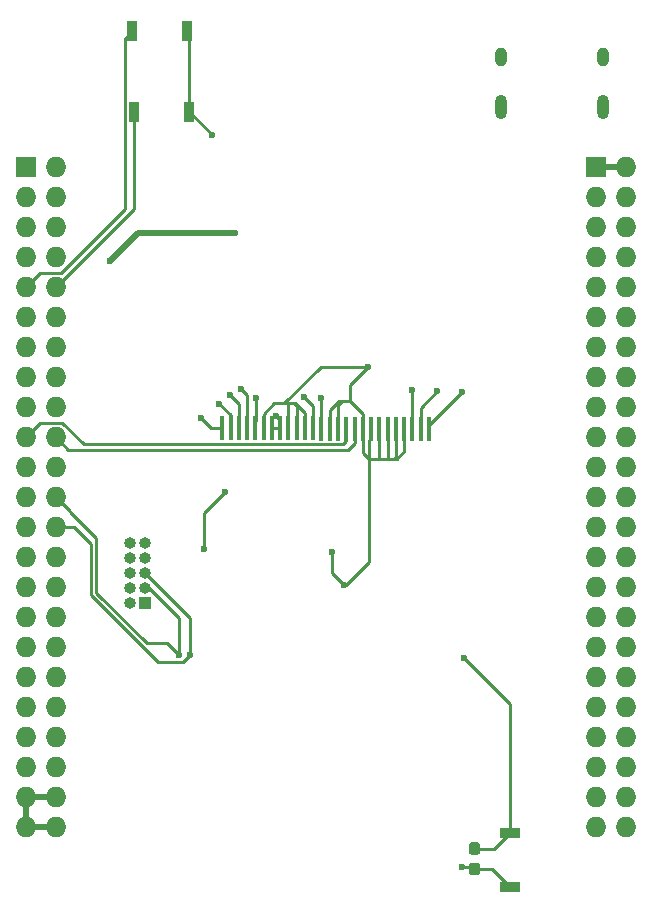
<source format=gbr>
%TF.GenerationSoftware,KiCad,Pcbnew,(5.1.7-0-10_14)*%
%TF.CreationDate,2020-11-05T11:20:50+08:00*%
%TF.ProjectId,bbb_cape,6262625f-6361-4706-952e-6b696361645f,rev?*%
%TF.SameCoordinates,Original*%
%TF.FileFunction,Copper,L1,Top*%
%TF.FilePolarity,Positive*%
%FSLAX46Y46*%
G04 Gerber Fmt 4.6, Leading zero omitted, Abs format (unit mm)*
G04 Created by KiCad (PCBNEW (5.1.7-0-10_14)) date 2020-11-05 11:20:50*
%MOMM*%
%LPD*%
G01*
G04 APERTURE LIST*
%TA.AperFunction,ComponentPad*%
%ADD10O,1.000000X1.000000*%
%TD*%
%TA.AperFunction,ComponentPad*%
%ADD11R,1.000000X1.000000*%
%TD*%
%TA.AperFunction,SMDPad,CuDef*%
%ADD12R,0.899998X1.699997*%
%TD*%
%TA.AperFunction,SMDPad,CuDef*%
%ADD13R,0.399999X1.999996*%
%TD*%
%TA.AperFunction,ComponentPad*%
%ADD14O,1.000000X2.100000*%
%TD*%
%TA.AperFunction,ComponentPad*%
%ADD15O,1.000000X1.600000*%
%TD*%
%TA.AperFunction,SMDPad,CuDef*%
%ADD16R,1.699997X0.899998*%
%TD*%
%TA.AperFunction,ComponentPad*%
%ADD17R,1.727200X1.727200*%
%TD*%
%TA.AperFunction,ComponentPad*%
%ADD18O,1.727200X1.727200*%
%TD*%
%TA.AperFunction,ViaPad*%
%ADD19C,0.600000*%
%TD*%
%TA.AperFunction,Conductor*%
%ADD20C,0.250000*%
%TD*%
%TA.AperFunction,Conductor*%
%ADD21C,0.500000*%
%TD*%
G04 APERTURE END LIST*
D10*
%TO.P,CON1,9*%
%TO.N,GND*%
X126485100Y-94222400D03*
%TO.P,CON1,10*%
%TO.N,/nRESET*%
X125215100Y-94222400D03*
%TO.P,CON1,7*%
%TO.N,Net-(CON1-Pad7)*%
X126485100Y-95492400D03*
%TO.P,CON1,8*%
%TO.N,/DIO_17*%
X125215100Y-95492400D03*
%TO.P,CON1,5*%
%TO.N,/TXD*%
X126485100Y-96762400D03*
%TO.P,CON1,6*%
%TO.N,/DIO_16*%
X125215100Y-96762400D03*
%TO.P,CON1,3*%
%TO.N,/RXD*%
X126485100Y-98032400D03*
%TO.P,CON1,4*%
%TO.N,/JTAG_TCK*%
X125215100Y-98032400D03*
%TO.P,CON1,2*%
%TO.N,/JTAG_TMS*%
X125215100Y-99302400D03*
D11*
%TO.P,CON1,1*%
%TO.N,+3V3*%
X126485100Y-99302400D03*
%TD*%
D12*
%TO.P,SW3,1*%
%TO.N,SYS_RESETN*%
X125560130Y-57752400D03*
%TO.P,SW3,2*%
%TO.N,GND*%
X130160070Y-57752400D03*
%TD*%
%TO.P,SW2,1*%
%TO.N,PWR_BUT*%
X125410160Y-50872400D03*
%TO.P,SW2,2*%
%TO.N,GND*%
X130010100Y-50872400D03*
%TD*%
D13*
%TO.P,OLED1,26*%
%TO.N,Net-(C6-Pad2)*%
X150510146Y-84517480D03*
%TO.P,OLED1,25*%
%TO.N,Net-(C5-Pad2)*%
X149810122Y-84517480D03*
%TO.P,OLED1,13*%
%TO.N,Net-(OLED1-Pad13)*%
X141410088Y-84517480D03*
%TO.P,OLED1,14*%
%TO.N,GND*%
X142110112Y-84517480D03*
%TO.P,OLED1,16*%
%TO.N,/I2C2_SCL*%
X143510160Y-84517480D03*
%TO.P,OLED1,15*%
%TO.N,GND*%
X142810136Y-84517480D03*
%TO.P,OLED1,18*%
X144910208Y-84517480D03*
%TO.P,OLED1,17*%
%TO.N,/I2C2_SDA*%
X144210184Y-84517480D03*
%TO.P,OLED1,23*%
%TO.N,GND*%
X148410074Y-84517480D03*
%TO.P,OLED1,24*%
%TO.N,Net-(OLED1-Pad24)*%
X149110098Y-84517480D03*
%TO.P,OLED1,21*%
%TO.N,GND*%
X147010026Y-84517480D03*
%TO.P,OLED1,22*%
X147710050Y-84517480D03*
%TO.P,OLED1,20*%
X146310002Y-84517480D03*
%TO.P,OLED1,19*%
X145609978Y-84517480D03*
%TO.P,OLED1,7*%
%TO.N,+3V3*%
X137210198Y-84507320D03*
%TO.P,OLED1,8*%
X137910222Y-84507320D03*
%TO.P,OLED1,10*%
%TO.N,GND*%
X139310016Y-84507320D03*
%TO.P,OLED1,9*%
X138609992Y-84507320D03*
%TO.P,OLED1,12*%
%TO.N,Net-(C2-Pad1)*%
X140710064Y-84507320D03*
%TO.P,OLED1,11*%
%TO.N,GND*%
X140010040Y-84507320D03*
%TO.P,OLED1,5*%
%TO.N,+3V3*%
X135810150Y-84507320D03*
%TO.P,OLED1,6*%
%TO.N,GND*%
X136510174Y-84507320D03*
%TO.P,OLED1,3*%
%TO.N,Net-(C4-Pad1)*%
X134410102Y-84507320D03*
%TO.P,OLED1,4*%
%TO.N,Net-(C4-Pad2)*%
X135110126Y-84507320D03*
%TO.P,OLED1,2*%
%TO.N,Net-(C3-Pad2)*%
X133710078Y-84507320D03*
%TO.P,OLED1,1*%
%TO.N,Net-(C3-Pad1)*%
X133010054Y-84507320D03*
%TD*%
D14*
%TO.P,J1,S1*%
%TO.N,GND*%
X165260100Y-57252400D03*
X156620100Y-57252400D03*
D15*
X156620100Y-53072400D03*
X165260100Y-53072400D03*
%TD*%
D16*
%TO.P,SW1,1*%
%TO.N,/nRESET*%
X157360100Y-118722430D03*
%TO.P,SW1,2*%
%TO.N,GND*%
X157360100Y-123322370D03*
%TD*%
%TO.P,C1,2*%
%TO.N,/nRESET*%
%TA.AperFunction,SMDPad,CuDef*%
G36*
G01*
X154607600Y-120617400D02*
X154132600Y-120617400D01*
G75*
G02*
X153895100Y-120379900I0J237500D01*
G01*
X153895100Y-119779900D01*
G75*
G02*
X154132600Y-119542400I237500J0D01*
G01*
X154607600Y-119542400D01*
G75*
G02*
X154845100Y-119779900I0J-237500D01*
G01*
X154845100Y-120379900D01*
G75*
G02*
X154607600Y-120617400I-237500J0D01*
G01*
G37*
%TD.AperFunction*%
%TO.P,C1,1*%
%TO.N,GND*%
%TA.AperFunction,SMDPad,CuDef*%
G36*
G01*
X154607600Y-122342400D02*
X154132600Y-122342400D01*
G75*
G02*
X153895100Y-122104900I0J237500D01*
G01*
X153895100Y-121504900D01*
G75*
G02*
X154132600Y-121267400I237500J0D01*
G01*
X154607600Y-121267400D01*
G75*
G02*
X154845100Y-121504900I0J-237500D01*
G01*
X154845100Y-122104900D01*
G75*
G02*
X154607600Y-122342400I-237500J0D01*
G01*
G37*
%TD.AperFunction*%
%TD*%
D17*
%TO.P,P8,1*%
%TO.N,GND*%
X164630100Y-62382400D03*
D18*
%TO.P,P8,2*%
X167170100Y-62382400D03*
%TO.P,P8,3*%
%TO.N,Net-(P8-Pad3)*%
X164630100Y-64922400D03*
%TO.P,P8,4*%
%TO.N,Net-(P8-Pad4)*%
X167170100Y-64922400D03*
%TO.P,P8,5*%
%TO.N,Net-(P8-Pad5)*%
X164630100Y-67462400D03*
%TO.P,P8,6*%
%TO.N,Net-(P8-Pad6)*%
X167170100Y-67462400D03*
%TO.P,P8,7*%
%TO.N,Net-(P8-Pad7)*%
X164630100Y-70002400D03*
%TO.P,P8,8*%
%TO.N,Net-(P8-Pad8)*%
X167170100Y-70002400D03*
%TO.P,P8,9*%
%TO.N,Net-(P8-Pad9)*%
X164630100Y-72542400D03*
%TO.P,P8,10*%
%TO.N,Net-(P8-Pad10)*%
X167170100Y-72542400D03*
%TO.P,P8,11*%
%TO.N,Net-(P8-Pad11)*%
X164630100Y-75082400D03*
%TO.P,P8,12*%
%TO.N,Net-(P8-Pad12)*%
X167170100Y-75082400D03*
%TO.P,P8,13*%
%TO.N,Net-(P8-Pad13)*%
X164630100Y-77622400D03*
%TO.P,P8,14*%
%TO.N,Net-(P8-Pad14)*%
X167170100Y-77622400D03*
%TO.P,P8,15*%
%TO.N,Net-(P8-Pad15)*%
X164630100Y-80162400D03*
%TO.P,P8,16*%
%TO.N,Net-(P8-Pad16)*%
X167170100Y-80162400D03*
%TO.P,P8,17*%
%TO.N,Net-(P8-Pad17)*%
X164630100Y-82702400D03*
%TO.P,P8,18*%
%TO.N,Net-(P8-Pad18)*%
X167170100Y-82702400D03*
%TO.P,P8,19*%
%TO.N,Net-(P8-Pad19)*%
X164630100Y-85242400D03*
%TO.P,P8,20*%
%TO.N,Net-(P8-Pad20)*%
X167170100Y-85242400D03*
%TO.P,P8,21*%
%TO.N,Net-(P8-Pad21)*%
X164630100Y-87782400D03*
%TO.P,P8,22*%
%TO.N,Net-(P8-Pad22)*%
X167170100Y-87782400D03*
%TO.P,P8,23*%
%TO.N,Net-(P8-Pad23)*%
X164630100Y-90322400D03*
%TO.P,P8,24*%
%TO.N,Net-(P8-Pad24)*%
X167170100Y-90322400D03*
%TO.P,P8,25*%
%TO.N,Net-(P8-Pad25)*%
X164630100Y-92862400D03*
%TO.P,P8,26*%
%TO.N,Net-(P8-Pad26)*%
X167170100Y-92862400D03*
%TO.P,P8,27*%
%TO.N,Net-(P8-Pad27)*%
X164630100Y-95402400D03*
%TO.P,P8,28*%
%TO.N,Net-(P8-Pad28)*%
X167170100Y-95402400D03*
%TO.P,P8,29*%
%TO.N,Net-(P8-Pad29)*%
X164630100Y-97942400D03*
%TO.P,P8,30*%
%TO.N,Net-(P8-Pad30)*%
X167170100Y-97942400D03*
%TO.P,P8,31*%
%TO.N,Net-(P8-Pad31)*%
X164630100Y-100482400D03*
%TO.P,P8,32*%
%TO.N,Net-(P8-Pad32)*%
X167170100Y-100482400D03*
%TO.P,P8,33*%
%TO.N,Net-(P8-Pad33)*%
X164630100Y-103022400D03*
%TO.P,P8,34*%
%TO.N,Net-(P8-Pad34)*%
X167170100Y-103022400D03*
%TO.P,P8,35*%
%TO.N,Net-(P8-Pad35)*%
X164630100Y-105562400D03*
%TO.P,P8,36*%
%TO.N,Net-(P8-Pad36)*%
X167170100Y-105562400D03*
%TO.P,P8,37*%
%TO.N,Net-(P8-Pad37)*%
X164630100Y-108102400D03*
%TO.P,P8,38*%
%TO.N,Net-(P8-Pad38)*%
X167170100Y-108102400D03*
%TO.P,P8,39*%
%TO.N,Net-(P8-Pad39)*%
X164630100Y-110642400D03*
%TO.P,P8,40*%
%TO.N,Net-(P8-Pad40)*%
X167170100Y-110642400D03*
%TO.P,P8,41*%
%TO.N,Net-(P8-Pad41)*%
X164630100Y-113182400D03*
%TO.P,P8,42*%
%TO.N,Net-(P8-Pad42)*%
X167170100Y-113182400D03*
%TO.P,P8,43*%
%TO.N,Net-(P8-Pad43)*%
X164630100Y-115722400D03*
%TO.P,P8,44*%
%TO.N,Net-(P8-Pad44)*%
X167170100Y-115722400D03*
%TO.P,P8,45*%
%TO.N,Net-(P8-Pad45)*%
X164630100Y-118262400D03*
%TO.P,P8,46*%
%TO.N,Net-(P8-Pad46)*%
X167170100Y-118262400D03*
%TD*%
D17*
%TO.P,P9,1*%
%TO.N,GND*%
X116370100Y-62382400D03*
D18*
%TO.P,P9,2*%
X118910100Y-62382400D03*
%TO.P,P9,3*%
%TO.N,+3V3*%
X116370100Y-64922400D03*
%TO.P,P9,4*%
X118910100Y-64922400D03*
%TO.P,P9,5*%
%TO.N,+5V*%
X116370100Y-67462400D03*
%TO.P,P9,6*%
X118910100Y-67462400D03*
%TO.P,P9,7*%
%TO.N,SYS_5V*%
X116370100Y-70002400D03*
%TO.P,P9,8*%
X118910100Y-70002400D03*
%TO.P,P9,9*%
%TO.N,PWR_BUT*%
X116370100Y-72542400D03*
%TO.P,P9,10*%
%TO.N,SYS_RESETN*%
X118910100Y-72542400D03*
%TO.P,P9,11*%
%TO.N,Net-(P9-Pad11)*%
X116370100Y-75082400D03*
%TO.P,P9,12*%
%TO.N,Net-(P9-Pad12)*%
X118910100Y-75082400D03*
%TO.P,P9,13*%
%TO.N,Net-(P9-Pad13)*%
X116370100Y-77622400D03*
%TO.P,P9,14*%
%TO.N,Net-(P9-Pad14)*%
X118910100Y-77622400D03*
%TO.P,P9,15*%
%TO.N,Net-(P9-Pad15)*%
X116370100Y-80162400D03*
%TO.P,P9,16*%
%TO.N,Net-(P9-Pad16)*%
X118910100Y-80162400D03*
%TO.P,P9,17*%
%TO.N,Net-(P9-Pad17)*%
X116370100Y-82702400D03*
%TO.P,P9,18*%
%TO.N,Net-(P9-Pad18)*%
X118910100Y-82702400D03*
%TO.P,P9,19*%
%TO.N,/I2C2_SCL*%
X116370100Y-85242400D03*
%TO.P,P9,20*%
%TO.N,/I2C2_SDA*%
X118910100Y-85242400D03*
%TO.P,P9,21*%
%TO.N,Net-(P9-Pad21)*%
X116370100Y-87782400D03*
%TO.P,P9,22*%
%TO.N,Net-(P9-Pad22)*%
X118910100Y-87782400D03*
%TO.P,P9,23*%
%TO.N,Net-(P9-Pad23)*%
X116370100Y-90322400D03*
%TO.P,P9,24*%
%TO.N,/RXD*%
X118910100Y-90322400D03*
%TO.P,P9,25*%
%TO.N,Net-(P9-Pad25)*%
X116370100Y-92862400D03*
%TO.P,P9,26*%
%TO.N,/TXD*%
X118910100Y-92862400D03*
%TO.P,P9,27*%
%TO.N,Net-(P9-Pad27)*%
X116370100Y-95402400D03*
%TO.P,P9,28*%
%TO.N,Net-(P9-Pad28)*%
X118910100Y-95402400D03*
%TO.P,P9,29*%
%TO.N,Net-(P9-Pad29)*%
X116370100Y-97942400D03*
%TO.P,P9,30*%
%TO.N,Net-(P9-Pad30)*%
X118910100Y-97942400D03*
%TO.P,P9,31*%
%TO.N,Net-(P9-Pad31)*%
X116370100Y-100482400D03*
%TO.P,P9,32*%
%TO.N,VDD_ADC*%
X118910100Y-100482400D03*
%TO.P,P9,33*%
%TO.N,Net-(P9-Pad33)*%
X116370100Y-103022400D03*
%TO.P,P9,34*%
%TO.N,GNDA_ADC*%
X118910100Y-103022400D03*
%TO.P,P9,35*%
%TO.N,Net-(P9-Pad35)*%
X116370100Y-105562400D03*
%TO.P,P9,36*%
%TO.N,Net-(P9-Pad36)*%
X118910100Y-105562400D03*
%TO.P,P9,37*%
%TO.N,Net-(P9-Pad37)*%
X116370100Y-108102400D03*
%TO.P,P9,38*%
%TO.N,Net-(P9-Pad38)*%
X118910100Y-108102400D03*
%TO.P,P9,39*%
%TO.N,Net-(P9-Pad39)*%
X116370100Y-110642400D03*
%TO.P,P9,40*%
%TO.N,Net-(P9-Pad40)*%
X118910100Y-110642400D03*
%TO.P,P9,41*%
%TO.N,Net-(P9-Pad41)*%
X116370100Y-113182400D03*
%TO.P,P9,42*%
%TO.N,Net-(P9-Pad42)*%
X118910100Y-113182400D03*
%TO.P,P9,43*%
%TO.N,GND*%
X116370100Y-115722400D03*
%TO.P,P9,44*%
X118910100Y-115722400D03*
%TO.P,P9,45*%
X116370100Y-118262400D03*
%TO.P,P9,46*%
X118910100Y-118262400D03*
%TD*%
D19*
%TO.N,+3V3*%
X135840100Y-81922400D03*
X131480100Y-94672400D03*
X133280100Y-89882400D03*
X137590100Y-83432400D03*
%TO.N,+5V*%
X134100100Y-67962400D03*
X123500100Y-70342400D03*
%TO.N,/nRESET*%
X153510100Y-103972400D03*
%TO.N,GND*%
X145380100Y-79262400D03*
X143350100Y-97742400D03*
X142320100Y-94932400D03*
X132160100Y-59622400D03*
X153280100Y-121622400D03*
%TO.N,/RXD*%
X129330100Y-103672400D03*
%TO.N,/TXD*%
X130290100Y-103702400D03*
%TO.N,Net-(C2-Pad1)*%
X139950100Y-81832400D03*
%TO.N,Net-(C3-Pad2)*%
X132770100Y-82432400D03*
%TO.N,Net-(C3-Pad1)*%
X131210100Y-83642400D03*
%TO.N,Net-(C4-Pad2)*%
X134580100Y-81172400D03*
%TO.N,Net-(C4-Pad1)*%
X133640100Y-81702400D03*
%TO.N,Net-(C5-Pad2)*%
X151230100Y-81362400D03*
%TO.N,Net-(C6-Pad2)*%
X153270100Y-81462400D03*
%TO.N,Net-(OLED1-Pad13)*%
X141410100Y-81922400D03*
%TO.N,Net-(OLED1-Pad24)*%
X149050100Y-81262400D03*
%TD*%
D20*
%TO.N,+3V3*%
X135810150Y-84507320D02*
X135810150Y-83902450D01*
X135840100Y-83872500D02*
X135840100Y-81922400D01*
X135810150Y-83902450D02*
X135840100Y-83872500D01*
X131480100Y-94672400D02*
X131480100Y-91682400D01*
X131480100Y-91682400D02*
X133280100Y-89882400D01*
X137910222Y-83752522D02*
X137590100Y-83432400D01*
X137910222Y-84507320D02*
X137910222Y-83752522D01*
X137210198Y-84507320D02*
X137910222Y-84507320D01*
D21*
%TO.N,+5V*%
X134100100Y-67962400D02*
X125880100Y-67962400D01*
X125880100Y-67962400D02*
X123500100Y-70342400D01*
D20*
%TO.N,PWR_BUT*%
X119317831Y-71353799D02*
X117558701Y-71353799D01*
X117558701Y-71353799D02*
X116370100Y-72542400D01*
X124785130Y-65886500D02*
X119317831Y-71353799D01*
X124785130Y-51497430D02*
X124785130Y-65886500D01*
X125410160Y-50872400D02*
X124785130Y-51497430D01*
%TO.N,SYS_RESETN*%
X125560130Y-65892370D02*
X118910100Y-72542400D01*
X125560130Y-57752400D02*
X125560130Y-65892370D01*
%TO.N,/nRESET*%
X156002630Y-120079900D02*
X157360100Y-118722430D01*
X154370100Y-120079900D02*
X156002630Y-120079900D01*
X157360100Y-107822400D02*
X153510100Y-103972400D01*
X157360100Y-118722430D02*
X157360100Y-107822400D01*
D21*
%TO.N,GND*%
X116370100Y-118262400D02*
X118910100Y-118262400D01*
X116370100Y-115722400D02*
X118910100Y-115722400D01*
X116370100Y-115722400D02*
X116370100Y-118262400D01*
X164630100Y-62382400D02*
X167170100Y-62382400D01*
D20*
X148410074Y-84517480D02*
X148410074Y-85352374D01*
X148410074Y-85352374D02*
X148430100Y-85372400D01*
X148430100Y-85372400D02*
X148430100Y-86442400D01*
X148430100Y-86442400D02*
X147790100Y-87082400D01*
X144910208Y-86552508D02*
X144910208Y-84517480D01*
X145440100Y-87082400D02*
X144910208Y-86552508D01*
X145609978Y-84517480D02*
X145609978Y-85342278D01*
X145440100Y-85512156D02*
X145440100Y-87082400D01*
X145609978Y-85342278D02*
X145440100Y-85512156D01*
X146310002Y-87012498D02*
X146240100Y-87082400D01*
X146310002Y-84517480D02*
X146310002Y-87012498D01*
X146240100Y-87082400D02*
X145440100Y-87082400D01*
X147010026Y-86982474D02*
X146910100Y-87082400D01*
X147010026Y-84517480D02*
X147010026Y-86982474D01*
X146910100Y-87082400D02*
X146240100Y-87082400D01*
X147710050Y-84517480D02*
X147710050Y-86912450D01*
X147540100Y-87082400D02*
X146910100Y-87082400D01*
X147710050Y-86912450D02*
X147540100Y-87082400D01*
X147790100Y-87082400D02*
X147540100Y-87082400D01*
X142110112Y-84517480D02*
X142110112Y-82932388D01*
X142110112Y-82932388D02*
X142890100Y-82152400D01*
X144910208Y-83267482D02*
X144910208Y-84517480D01*
X143795126Y-82152400D02*
X144910208Y-83267482D01*
X142810136Y-84517480D02*
X142810136Y-82482364D01*
X143140100Y-82152400D02*
X143795126Y-82152400D01*
X142810136Y-82482364D02*
X143140100Y-82152400D01*
X142890100Y-82152400D02*
X143140100Y-82152400D01*
X143795126Y-80847374D02*
X145380100Y-79262400D01*
X143795126Y-82152400D02*
X143795126Y-80847374D01*
X140010040Y-84507320D02*
X140010040Y-83222340D01*
X140010040Y-83222340D02*
X139140100Y-82352400D01*
X136510174Y-83257322D02*
X136510174Y-84507320D01*
X137415096Y-82352400D02*
X136510174Y-83257322D01*
X138609992Y-82422508D02*
X138680100Y-82352400D01*
X138609992Y-84507320D02*
X138609992Y-82422508D01*
X139310016Y-82592316D02*
X139070100Y-82352400D01*
X139310016Y-84507320D02*
X139310016Y-82592316D01*
X139070100Y-82352400D02*
X138680100Y-82352400D01*
X139140100Y-82352400D02*
X139070100Y-82352400D01*
X155842630Y-121804900D02*
X157360100Y-123322370D01*
X154370100Y-121804900D02*
X155842630Y-121804900D01*
X145440100Y-87082400D02*
X145440100Y-95782400D01*
X143480100Y-97742400D02*
X143350100Y-97742400D01*
X145440100Y-95782400D02*
X143480100Y-97742400D01*
X142320100Y-96712400D02*
X143350100Y-97742400D01*
X142320100Y-94932400D02*
X142320100Y-96712400D01*
X130290100Y-57752400D02*
X130160070Y-57752400D01*
X132160100Y-59622400D02*
X130290100Y-57752400D01*
X130160070Y-51022370D02*
X130010100Y-50872400D01*
X130160070Y-57752400D02*
X130160070Y-51022370D01*
X154187600Y-121622400D02*
X154370100Y-121804900D01*
X153280100Y-121622400D02*
X154187600Y-121622400D01*
X141360100Y-79262400D02*
X145380100Y-79262400D01*
X138270100Y-82352400D02*
X141360100Y-79262400D01*
X138680100Y-82352400D02*
X138270100Y-82352400D01*
X138270100Y-82352400D02*
X137415096Y-82352400D01*
%TO.N,/I2C2_SCL*%
X119480629Y-84053799D02*
X117558701Y-84053799D01*
X121269309Y-85842479D02*
X119480629Y-84053799D01*
X143270137Y-85842479D02*
X121269309Y-85842479D01*
X117558701Y-84053799D02*
X116370100Y-85242400D01*
X143510160Y-85602456D02*
X143270137Y-85842479D01*
X143510160Y-84517480D02*
X143510160Y-85602456D01*
%TO.N,/I2C2_SDA*%
X119960189Y-86292489D02*
X118910100Y-85242400D01*
X143685173Y-86292489D02*
X119960189Y-86292489D01*
X144210184Y-85767478D02*
X143685173Y-86292489D01*
X144210184Y-84517480D02*
X144210184Y-85767478D01*
%TO.N,/RXD*%
X126800102Y-98032400D02*
X126485100Y-98032400D01*
X129330100Y-100562398D02*
X126800102Y-98032400D01*
X129330100Y-103672400D02*
X129330100Y-100562398D01*
X120098701Y-91511001D02*
X120098701Y-91571001D01*
X118910100Y-90322400D02*
X120098701Y-91511001D01*
X120098701Y-91571001D02*
X122350100Y-93822400D01*
X122350100Y-93822400D02*
X122350100Y-98452400D01*
X122350100Y-98452400D02*
X126600100Y-102702400D01*
X128360100Y-102702400D02*
X129330100Y-103672400D01*
X126600100Y-102702400D02*
X128360100Y-102702400D01*
%TO.N,/TXD*%
X130290100Y-100567400D02*
X126485100Y-96762400D01*
X130290100Y-103702400D02*
X130290100Y-100567400D01*
X129695099Y-104297401D02*
X130290100Y-103702400D01*
X120500100Y-92862400D02*
X121900090Y-94262390D01*
X121900090Y-98638800D02*
X127558691Y-104297401D01*
X121900090Y-94262390D02*
X121900090Y-98638800D01*
X127558691Y-104297401D02*
X129695099Y-104297401D01*
X118910100Y-92862400D02*
X120500100Y-92862400D01*
%TO.N,Net-(C2-Pad1)*%
X140710064Y-82592364D02*
X139950100Y-81832400D01*
X140710064Y-84507320D02*
X140710064Y-82592364D01*
%TO.N,Net-(C3-Pad2)*%
X133710078Y-83372378D02*
X132770100Y-82432400D01*
X133710078Y-84507320D02*
X133710078Y-83372378D01*
%TO.N,Net-(C3-Pad1)*%
X132075020Y-84507320D02*
X131210100Y-83642400D01*
X133010054Y-84507320D02*
X132075020Y-84507320D01*
%TO.N,Net-(C4-Pad2)*%
X135110126Y-81702426D02*
X134580100Y-81172400D01*
X135110126Y-84507320D02*
X135110126Y-81702426D01*
%TO.N,Net-(C4-Pad1)*%
X134410102Y-82472402D02*
X133640100Y-81702400D01*
X134410102Y-84507320D02*
X134410102Y-82472402D01*
%TO.N,Net-(C5-Pad2)*%
X149810122Y-84517480D02*
X149810122Y-82782378D01*
X149810122Y-82782378D02*
X151230100Y-81362400D01*
%TO.N,Net-(C6-Pad2)*%
X150510146Y-84222354D02*
X153270100Y-81462400D01*
X150510146Y-84517480D02*
X150510146Y-84222354D01*
%TO.N,Net-(OLED1-Pad13)*%
X141410088Y-84517480D02*
X141410088Y-83812412D01*
X141410100Y-83812400D02*
X141410100Y-81922400D01*
X141410088Y-83812412D02*
X141410100Y-83812400D01*
%TO.N,Net-(OLED1-Pad24)*%
X149110098Y-81322398D02*
X149050100Y-81262400D01*
X149110098Y-84517480D02*
X149110098Y-81322398D01*
%TD*%
M02*

</source>
